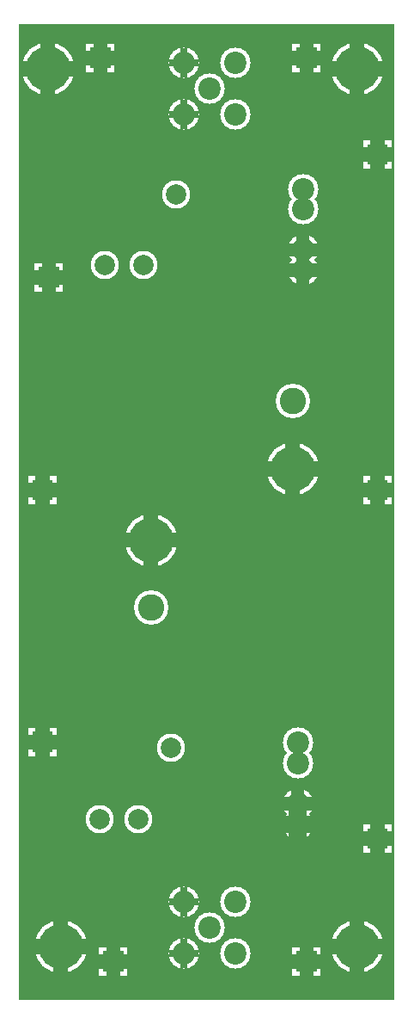
<source format=gbr>
%FSLAX34Y34*%
%MOMM*%
%LNCOPPER_TOP*%
G71*
G01*
%ADD10C,5.200*%
%ADD11C,3.400*%
%ADD12C,2.800*%
%ADD13C,3.000*%
%ADD14C,2.800*%
%ADD15C,2.800*%
%ADD16C,1.467*%
%ADD17C,1.342*%
%ADD18C,1.723*%
%ADD19C,1.320*%
%ADD20C,0.667*%
%ADD21C,1.427*%
%ADD22C,4.400*%
%ADD23C,2.600*%
%ADD24C,2.000*%
%ADD25C,2.200*%
%ADD26C,2.000*%
%ADD27C,2.000*%
%LPD*%
G36*
X-129700Y574500D02*
X240300Y574500D01*
X240300Y-385500D01*
X-129700Y-385500D01*
X-129700Y574500D01*
G37*
%LPC*%
X0Y66675D02*
G54D10*
D03*
X139700Y136525D02*
G54D10*
D03*
X139700Y203200D02*
G54D11*
D03*
X0Y0D02*
G54D11*
D03*
X-45200Y337075D02*
G54D12*
D03*
X-7700Y337075D02*
G54D12*
D03*
X24800Y407075D02*
G54D12*
D03*
X149800Y412075D02*
G54D13*
D03*
X149800Y332075D02*
G54D12*
D03*
X-50200Y-207925D02*
G54D12*
D03*
X-12700Y-207925D02*
G54D12*
D03*
X19800Y-137925D02*
G54D12*
D03*
X144800Y-132925D02*
G54D12*
D03*
X144800Y-212925D02*
G54D12*
D03*
X149800Y332075D02*
G54D13*
D03*
X144800Y-132925D02*
G54D13*
D03*
X144800Y-212925D02*
G54D13*
D03*
X149800Y392075D02*
G54D13*
D03*
X149800Y352075D02*
G54D13*
D03*
X144800Y-152925D02*
G54D13*
D03*
X144800Y-192925D02*
G54D13*
D03*
X32200Y536500D02*
G54D13*
D03*
X83000Y536500D02*
G54D13*
D03*
X57600Y511100D02*
G54D13*
D03*
X83000Y485700D02*
G54D13*
D03*
X32200Y485700D02*
G54D13*
D03*
X32200Y536500D02*
G54D14*
D03*
X32200Y485700D02*
G54D15*
D03*
X32200Y-289000D02*
G54D13*
D03*
X83000Y-289000D02*
G54D13*
D03*
X57600Y-314400D02*
G54D13*
D03*
X83000Y-339800D02*
G54D13*
D03*
X32200Y-339800D02*
G54D13*
D03*
X32200Y-289000D02*
G54D14*
D03*
X32200Y-339800D02*
G54D15*
D03*
X-101600Y530225D02*
G54D10*
D03*
X203200Y530225D02*
G54D10*
D03*
X-88900Y-333375D02*
G54D10*
D03*
X203200Y-333375D02*
G54D10*
D03*
G36*
X-63700Y555225D02*
X-35700Y555225D01*
X-35700Y527225D01*
X-63700Y527225D01*
X-63700Y555225D01*
G37*
G36*
X139500Y555225D02*
X167500Y555225D01*
X167500Y527225D01*
X139500Y527225D01*
X139500Y555225D01*
G37*
G36*
X139500Y-333775D02*
X167500Y-333775D01*
X167500Y-361775D01*
X139500Y-361775D01*
X139500Y-333775D01*
G37*
G36*
X-51000Y-333775D02*
X-23000Y-333775D01*
X-23000Y-361775D01*
X-51000Y-361775D01*
X-51000Y-333775D01*
G37*
G36*
X-114500Y339325D02*
X-86500Y339325D01*
X-86500Y311325D01*
X-114500Y311325D01*
X-114500Y339325D01*
G37*
G36*
X-120850Y-117875D02*
X-92850Y-117875D01*
X-92850Y-145875D01*
X-120850Y-145875D01*
X-120850Y-117875D01*
G37*
G36*
X209350Y129775D02*
X237350Y129775D01*
X237350Y101775D01*
X209350Y101775D01*
X209350Y129775D01*
G37*
G36*
X209350Y459975D02*
X237350Y459975D01*
X237350Y431975D01*
X209350Y431975D01*
X209350Y459975D01*
G37*
G36*
X209350Y-213125D02*
X237350Y-213125D01*
X237350Y-241125D01*
X209350Y-241125D01*
X209350Y-213125D01*
G37*
G36*
X-120850Y129775D02*
X-92850Y129775D01*
X-92850Y101775D01*
X-120850Y101775D01*
X-120850Y129775D01*
G37*
%LPD*%
G54D16*
G36*
X7333Y66675D02*
X7333Y40175D01*
X-7333Y40175D01*
X-7333Y66675D01*
X7333Y66675D01*
G37*
G36*
X0Y59342D02*
X-26500Y59342D01*
X-26500Y74008D01*
X0Y74008D01*
X0Y59342D01*
G37*
G36*
X-7333Y66675D02*
X-7333Y93175D01*
X7333Y93175D01*
X7333Y66675D01*
X-7333Y66675D01*
G37*
G36*
X0Y74008D02*
X26500Y74008D01*
X26500Y59342D01*
X0Y59342D01*
X0Y74008D01*
G37*
G54D16*
G36*
X147033Y136525D02*
X147033Y110025D01*
X132367Y110025D01*
X132367Y136525D01*
X147033Y136525D01*
G37*
G36*
X139700Y129192D02*
X113200Y129192D01*
X113200Y143859D01*
X139700Y143859D01*
X139700Y129192D01*
G37*
G36*
X132367Y136525D02*
X132367Y163025D01*
X147033Y163025D01*
X147033Y136525D01*
X132367Y136525D01*
G37*
G36*
X139700Y143859D02*
X166200Y143859D01*
X166200Y129192D01*
X139700Y129192D01*
X139700Y143859D01*
G37*
G54D17*
G36*
X143090Y332075D02*
X143090Y347575D01*
X156510Y347575D01*
X156510Y332075D01*
X143090Y332075D01*
G37*
G36*
X149800Y338785D02*
X165300Y338785D01*
X165300Y325365D01*
X149800Y325365D01*
X149800Y338785D01*
G37*
G36*
X156510Y332075D02*
X156510Y316575D01*
X143090Y316575D01*
X143090Y332075D01*
X156510Y332075D01*
G37*
G36*
X149800Y325365D02*
X134300Y325365D01*
X134300Y338785D01*
X149800Y338785D01*
X149800Y325365D01*
G37*
G54D18*
G36*
X136183Y-212925D02*
X136183Y-197425D01*
X153417Y-197425D01*
X153417Y-212925D01*
X136183Y-212925D01*
G37*
G36*
X144800Y-204308D02*
X160300Y-204308D01*
X160300Y-221542D01*
X144800Y-221542D01*
X144800Y-204308D01*
G37*
G36*
X153417Y-212925D02*
X153417Y-228425D01*
X136183Y-228425D01*
X136183Y-212925D01*
X153417Y-212925D01*
G37*
G36*
X144800Y-221542D02*
X129300Y-221542D01*
X129300Y-204308D01*
X144800Y-204308D01*
X144800Y-221542D01*
G37*
G54D17*
G36*
X143090Y352075D02*
X143090Y367575D01*
X156510Y367575D01*
X156510Y352075D01*
X143090Y352075D01*
G37*
G36*
X149800Y358785D02*
X165300Y358785D01*
X165300Y345365D01*
X149800Y345365D01*
X149800Y358785D01*
G37*
G36*
X156510Y352075D02*
X156510Y336575D01*
X143090Y336575D01*
X143090Y352075D01*
X156510Y352075D01*
G37*
G36*
X149800Y345365D02*
X134300Y345365D01*
X134300Y358785D01*
X149800Y358785D01*
X149800Y345365D01*
G37*
G54D19*
G36*
X138200Y-192925D02*
X138200Y-177425D01*
X151400Y-177425D01*
X151400Y-192925D01*
X138200Y-192925D01*
G37*
G36*
X144800Y-186325D02*
X160300Y-186325D01*
X160300Y-199525D01*
X144800Y-199525D01*
X144800Y-186325D01*
G37*
G36*
X151400Y-192925D02*
X151400Y-208425D01*
X138200Y-208425D01*
X138200Y-192925D01*
X151400Y-192925D01*
G37*
G36*
X144800Y-199525D02*
X129300Y-199525D01*
X129300Y-186325D01*
X144800Y-186325D01*
X144800Y-199525D01*
G37*
G54D20*
G36*
X28867Y536500D02*
X28867Y551000D01*
X35533Y551000D01*
X35533Y536500D01*
X28867Y536500D01*
G37*
G36*
X32200Y539833D02*
X46700Y539833D01*
X46700Y533167D01*
X32200Y533167D01*
X32200Y539833D01*
G37*
G36*
X35533Y536500D02*
X35533Y522000D01*
X28867Y522000D01*
X28867Y536500D01*
X35533Y536500D01*
G37*
G36*
X32200Y533167D02*
X17700Y533167D01*
X17700Y539833D01*
X32200Y539833D01*
X32200Y533167D01*
G37*
G54D20*
G36*
X28867Y485700D02*
X28867Y500200D01*
X35533Y500200D01*
X35533Y485700D01*
X28867Y485700D01*
G37*
G36*
X32200Y489033D02*
X46700Y489033D01*
X46700Y482367D01*
X32200Y482367D01*
X32200Y489033D01*
G37*
G36*
X35533Y485700D02*
X35533Y471200D01*
X28867Y471200D01*
X28867Y485700D01*
X35533Y485700D01*
G37*
G36*
X32200Y482367D02*
X17700Y482367D01*
X17700Y489033D01*
X32200Y489033D01*
X32200Y482367D01*
G37*
G54D20*
G36*
X28867Y-289000D02*
X28867Y-274500D01*
X35533Y-274500D01*
X35533Y-289000D01*
X28867Y-289000D01*
G37*
G36*
X32200Y-285667D02*
X46700Y-285667D01*
X46700Y-292333D01*
X32200Y-292333D01*
X32200Y-285667D01*
G37*
G36*
X35533Y-289000D02*
X35533Y-303500D01*
X28867Y-303500D01*
X28867Y-289000D01*
X35533Y-289000D01*
G37*
G36*
X32200Y-292333D02*
X17700Y-292333D01*
X17700Y-285667D01*
X32200Y-285667D01*
X32200Y-292333D01*
G37*
G54D20*
G36*
X28867Y-339800D02*
X28867Y-325300D01*
X35533Y-325300D01*
X35533Y-339800D01*
X28867Y-339800D01*
G37*
G36*
X32200Y-336467D02*
X46700Y-336467D01*
X46700Y-343134D01*
X32200Y-343134D01*
X32200Y-336467D01*
G37*
G36*
X35533Y-339800D02*
X35533Y-354300D01*
X28867Y-354300D01*
X28867Y-339800D01*
X35533Y-339800D01*
G37*
G36*
X32200Y-343134D02*
X17700Y-343134D01*
X17700Y-336467D01*
X32200Y-336467D01*
X32200Y-343134D01*
G37*
G54D16*
G36*
X-94267Y530225D02*
X-94267Y503725D01*
X-108933Y503725D01*
X-108933Y530225D01*
X-94267Y530225D01*
G37*
G36*
X-101600Y522892D02*
X-128100Y522892D01*
X-128100Y537559D01*
X-101600Y537559D01*
X-101600Y522892D01*
G37*
G36*
X-108933Y530225D02*
X-108933Y556725D01*
X-94267Y556725D01*
X-94267Y530225D01*
X-108933Y530225D01*
G37*
G36*
X-101600Y537559D02*
X-75100Y537559D01*
X-75100Y522892D01*
X-101600Y522892D01*
X-101600Y537559D01*
G37*
G54D16*
G36*
X210533Y530225D02*
X210533Y503725D01*
X195867Y503725D01*
X195867Y530225D01*
X210533Y530225D01*
G37*
G36*
X203200Y522892D02*
X176700Y522892D01*
X176700Y537559D01*
X203200Y537559D01*
X203200Y522892D01*
G37*
G36*
X195867Y530225D02*
X195867Y556725D01*
X210533Y556725D01*
X210533Y530225D01*
X195867Y530225D01*
G37*
G36*
X203200Y537559D02*
X229700Y537559D01*
X229700Y522892D01*
X203200Y522892D01*
X203200Y537559D01*
G37*
G54D16*
G36*
X-81567Y-333375D02*
X-81567Y-359875D01*
X-96233Y-359875D01*
X-96233Y-333375D01*
X-81567Y-333375D01*
G37*
G36*
X-88900Y-340708D02*
X-115400Y-340708D01*
X-115400Y-326041D01*
X-88900Y-326041D01*
X-88900Y-340708D01*
G37*
G36*
X-96233Y-333375D02*
X-96233Y-306875D01*
X-81567Y-306875D01*
X-81567Y-333375D01*
X-96233Y-333375D01*
G37*
G36*
X-88900Y-326041D02*
X-62400Y-326041D01*
X-62400Y-340708D01*
X-88900Y-340708D01*
X-88900Y-326041D01*
G37*
G54D16*
G36*
X210533Y-333375D02*
X210533Y-359875D01*
X195867Y-359875D01*
X195867Y-333375D01*
X210533Y-333375D01*
G37*
G36*
X203200Y-340708D02*
X176700Y-340708D01*
X176700Y-326041D01*
X203200Y-326041D01*
X203200Y-340708D01*
G37*
G36*
X195867Y-333375D02*
X195867Y-306875D01*
X210533Y-306875D01*
X210533Y-333375D01*
X195867Y-333375D01*
G37*
G36*
X203200Y-326041D02*
X229700Y-326041D01*
X229700Y-340708D01*
X203200Y-340708D01*
X203200Y-326041D01*
G37*
G54D21*
G36*
X-56833Y541225D02*
X-56833Y555725D01*
X-42567Y555725D01*
X-42567Y541225D01*
X-56833Y541225D01*
G37*
G36*
X-49700Y548358D02*
X-35200Y548358D01*
X-35200Y534092D01*
X-49700Y534092D01*
X-49700Y548358D01*
G37*
G36*
X-42567Y541225D02*
X-42567Y526725D01*
X-56833Y526725D01*
X-56833Y541225D01*
X-42567Y541225D01*
G37*
G36*
X-49700Y534092D02*
X-64200Y534092D01*
X-64200Y548358D01*
X-49700Y548358D01*
X-49700Y534092D01*
G37*
G54D21*
G36*
X146367Y541225D02*
X146367Y555725D01*
X160633Y555725D01*
X160633Y541225D01*
X146367Y541225D01*
G37*
G36*
X153500Y548358D02*
X168000Y548358D01*
X168000Y534092D01*
X153500Y534092D01*
X153500Y548358D01*
G37*
G36*
X160633Y541225D02*
X160633Y526725D01*
X146367Y526725D01*
X146367Y541225D01*
X160633Y541225D01*
G37*
G36*
X153500Y534092D02*
X139000Y534092D01*
X139000Y548358D01*
X153500Y548358D01*
X153500Y534092D01*
G37*
G54D21*
G36*
X146367Y-347775D02*
X146367Y-333275D01*
X160633Y-333275D01*
X160633Y-347775D01*
X146367Y-347775D01*
G37*
G36*
X153500Y-340642D02*
X168000Y-340642D01*
X168000Y-354908D01*
X153500Y-354908D01*
X153500Y-340642D01*
G37*
G36*
X160633Y-347775D02*
X160633Y-362275D01*
X146367Y-362275D01*
X146367Y-347775D01*
X160633Y-347775D01*
G37*
G36*
X153500Y-354908D02*
X139000Y-354908D01*
X139000Y-340642D01*
X153500Y-340642D01*
X153500Y-354908D01*
G37*
G54D21*
G36*
X-44133Y-347775D02*
X-44133Y-333275D01*
X-29867Y-333275D01*
X-29867Y-347775D01*
X-44133Y-347775D01*
G37*
G36*
X-37000Y-340642D02*
X-22500Y-340642D01*
X-22500Y-354908D01*
X-37000Y-354908D01*
X-37000Y-340642D01*
G37*
G36*
X-29867Y-347775D02*
X-29867Y-362275D01*
X-44133Y-362275D01*
X-44133Y-347775D01*
X-29867Y-347775D01*
G37*
G36*
X-37000Y-354908D02*
X-51500Y-354908D01*
X-51500Y-340642D01*
X-37000Y-340642D01*
X-37000Y-354908D01*
G37*
G54D21*
G36*
X-107633Y325325D02*
X-107633Y339825D01*
X-93367Y339825D01*
X-93367Y325325D01*
X-107633Y325325D01*
G37*
G36*
X-100500Y332458D02*
X-86000Y332458D01*
X-86000Y318192D01*
X-100500Y318192D01*
X-100500Y332458D01*
G37*
G36*
X-93367Y325325D02*
X-93367Y310825D01*
X-107633Y310825D01*
X-107633Y325325D01*
X-93367Y325325D01*
G37*
G36*
X-100500Y318192D02*
X-115000Y318192D01*
X-115000Y332458D01*
X-100500Y332458D01*
X-100500Y318192D01*
G37*
G54D21*
G36*
X-113983Y-131875D02*
X-113983Y-117375D01*
X-99717Y-117375D01*
X-99717Y-131875D01*
X-113983Y-131875D01*
G37*
G36*
X-106850Y-124742D02*
X-92350Y-124742D01*
X-92350Y-139008D01*
X-106850Y-139008D01*
X-106850Y-124742D01*
G37*
G36*
X-99717Y-131875D02*
X-99717Y-146375D01*
X-113983Y-146375D01*
X-113983Y-131875D01*
X-99717Y-131875D01*
G37*
G36*
X-106850Y-139008D02*
X-121350Y-139008D01*
X-121350Y-124742D01*
X-106850Y-124742D01*
X-106850Y-139008D01*
G37*
G54D21*
G36*
X216217Y115775D02*
X216217Y130275D01*
X230483Y130275D01*
X230483Y115775D01*
X216217Y115775D01*
G37*
G36*
X223350Y122908D02*
X237850Y122908D01*
X237850Y108642D01*
X223350Y108642D01*
X223350Y122908D01*
G37*
G36*
X230483Y115775D02*
X230483Y101275D01*
X216217Y101275D01*
X216217Y115775D01*
X230483Y115775D01*
G37*
G36*
X223350Y108642D02*
X208850Y108642D01*
X208850Y122908D01*
X223350Y122908D01*
X223350Y108642D01*
G37*
G54D21*
G36*
X216217Y445975D02*
X216217Y460475D01*
X230483Y460475D01*
X230483Y445975D01*
X216217Y445975D01*
G37*
G36*
X223350Y453108D02*
X237850Y453108D01*
X237850Y438842D01*
X223350Y438842D01*
X223350Y453108D01*
G37*
G36*
X230483Y445975D02*
X230483Y431475D01*
X216217Y431475D01*
X216217Y445975D01*
X230483Y445975D01*
G37*
G36*
X223350Y438842D02*
X208850Y438842D01*
X208850Y453108D01*
X223350Y453108D01*
X223350Y438842D01*
G37*
G54D21*
G36*
X216217Y-227125D02*
X216217Y-212625D01*
X230483Y-212625D01*
X230483Y-227125D01*
X216217Y-227125D01*
G37*
G36*
X223350Y-219992D02*
X237850Y-219992D01*
X237850Y-234258D01*
X223350Y-234258D01*
X223350Y-219992D01*
G37*
G36*
X230483Y-227125D02*
X230483Y-241625D01*
X216217Y-241625D01*
X216217Y-227125D01*
X230483Y-227125D01*
G37*
G36*
X223350Y-234258D02*
X208850Y-234258D01*
X208850Y-219992D01*
X223350Y-219992D01*
X223350Y-234258D01*
G37*
G54D21*
G36*
X-113983Y115775D02*
X-113983Y130275D01*
X-99717Y130275D01*
X-99717Y115775D01*
X-113983Y115775D01*
G37*
G36*
X-106850Y122908D02*
X-92350Y122908D01*
X-92350Y108642D01*
X-106850Y108642D01*
X-106850Y122908D01*
G37*
G36*
X-99717Y115775D02*
X-99717Y101275D01*
X-113983Y101275D01*
X-113983Y115775D01*
X-99717Y115775D01*
G37*
G36*
X-106850Y108642D02*
X-121350Y108642D01*
X-121350Y122908D01*
X-106850Y122908D01*
X-106850Y108642D01*
G37*
X0Y66675D02*
G54D22*
D03*
X139700Y136525D02*
G54D22*
D03*
X139700Y203200D02*
G54D23*
D03*
X0Y0D02*
G54D23*
D03*
X-45200Y337075D02*
G54D24*
D03*
X-7700Y337075D02*
G54D24*
D03*
X24800Y407075D02*
G54D24*
D03*
X149800Y412075D02*
G54D25*
D03*
X149800Y332075D02*
G54D24*
D03*
X-50200Y-207925D02*
G54D24*
D03*
X-12700Y-207925D02*
G54D24*
D03*
X19800Y-137925D02*
G54D24*
D03*
X144800Y-132925D02*
G54D24*
D03*
X144800Y-212925D02*
G54D24*
D03*
X149800Y332075D02*
G54D25*
D03*
X144800Y-132925D02*
G54D25*
D03*
X144800Y-212925D02*
G54D25*
D03*
X149800Y392075D02*
G54D25*
D03*
X149800Y352075D02*
G54D25*
D03*
X144800Y-152925D02*
G54D25*
D03*
X144800Y-192925D02*
G54D25*
D03*
X32200Y536500D02*
G54D25*
D03*
X83000Y536500D02*
G54D25*
D03*
X57600Y511100D02*
G54D25*
D03*
X83000Y485700D02*
G54D25*
D03*
X32200Y485700D02*
G54D25*
D03*
X32200Y536500D02*
G54D26*
D03*
X32200Y485700D02*
G54D27*
D03*
X32200Y-289000D02*
G54D25*
D03*
X83000Y-289000D02*
G54D25*
D03*
X57600Y-314400D02*
G54D25*
D03*
X83000Y-339800D02*
G54D25*
D03*
X32200Y-339800D02*
G54D25*
D03*
X32200Y-289000D02*
G54D26*
D03*
X32200Y-339800D02*
G54D27*
D03*
X-101600Y530225D02*
G54D22*
D03*
X203200Y530225D02*
G54D22*
D03*
X-88900Y-333375D02*
G54D22*
D03*
X203200Y-333375D02*
G54D22*
D03*
G36*
X-59700Y551225D02*
X-39700Y551225D01*
X-39700Y531225D01*
X-59700Y531225D01*
X-59700Y551225D01*
G37*
G36*
X143500Y551225D02*
X163500Y551225D01*
X163500Y531225D01*
X143500Y531225D01*
X143500Y551225D01*
G37*
G36*
X143500Y-337775D02*
X163500Y-337775D01*
X163500Y-357775D01*
X143500Y-357775D01*
X143500Y-337775D01*
G37*
G36*
X-47000Y-337775D02*
X-27000Y-337775D01*
X-27000Y-357775D01*
X-47000Y-357775D01*
X-47000Y-337775D01*
G37*
G36*
X-110500Y335325D02*
X-90500Y335325D01*
X-90500Y315325D01*
X-110500Y315325D01*
X-110500Y335325D01*
G37*
G36*
X-116850Y-121875D02*
X-96850Y-121875D01*
X-96850Y-141875D01*
X-116850Y-141875D01*
X-116850Y-121875D01*
G37*
G36*
X213350Y125775D02*
X233350Y125775D01*
X233350Y105775D01*
X213350Y105775D01*
X213350Y125775D01*
G37*
G36*
X213350Y455975D02*
X233350Y455975D01*
X233350Y435975D01*
X213350Y435975D01*
X213350Y455975D01*
G37*
G36*
X213350Y-217125D02*
X233350Y-217125D01*
X233350Y-237125D01*
X213350Y-237125D01*
X213350Y-217125D01*
G37*
G36*
X-116850Y125775D02*
X-96850Y125775D01*
X-96850Y105775D01*
X-116850Y105775D01*
X-116850Y125775D01*
G37*
M02*

</source>
